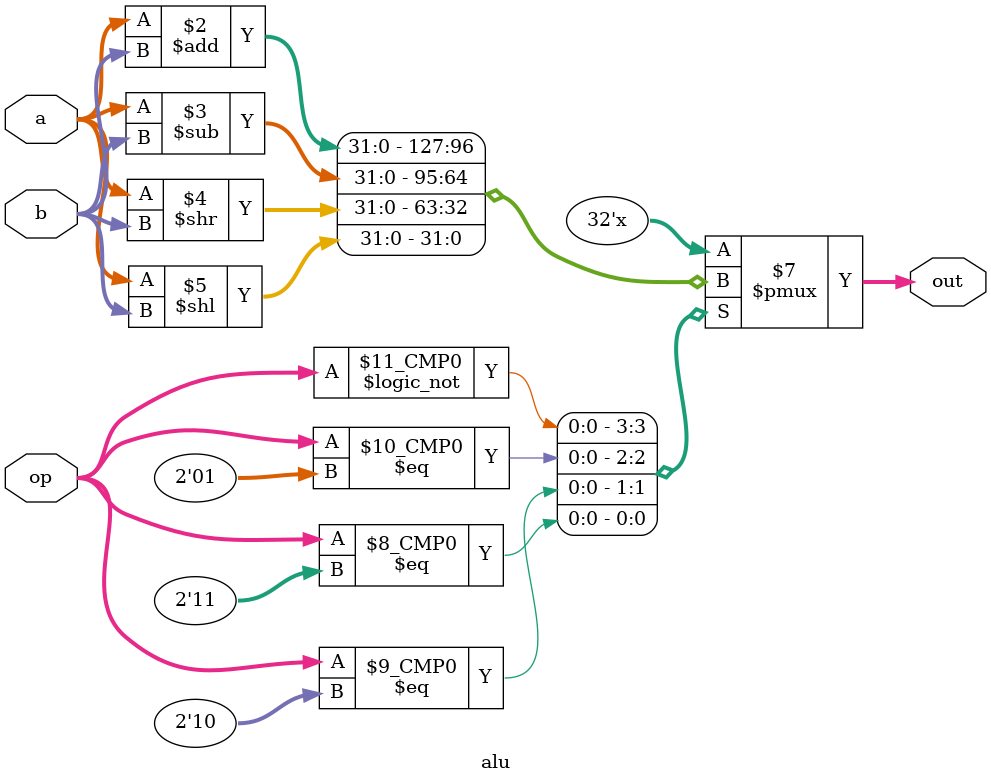
<source format=sv>
module alu(input [1:0] op, input [31:0] a, b, output reg [31:0] out);

  always_comb case(op)
    0: out = a + b;
    1: out = a - b;
    2: out = a >> b;
    3: out = a << b;
  endcase;

  wire clk;
  always @(posedge clk) case(op)
    default:;
    0: assert(out == a + b);
    1: assert(out == a - b);
    2: assert(out == a >> b);
    3: assert(out == a << b);
  endcase;

endmodule

</source>
